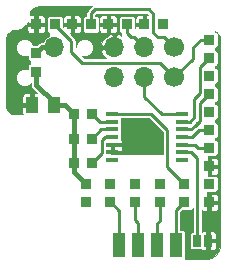
<source format=gtl>
%TF.GenerationSoftware,KiCad,Pcbnew,(5.1.2-1)-1*%
%TF.CreationDate,2020-09-09T12:05:02+02:00*%
%TF.ProjectId,N64 RGB AMP v1,4e363420-5247-4422-9041-4d502076312e,2.21*%
%TF.SameCoordinates,Original*%
%TF.FileFunction,Copper,L1,Top*%
%TF.FilePolarity,Positive*%
%FSLAX46Y46*%
G04 Gerber Fmt 4.6, Leading zero omitted, Abs format (unit mm)*
G04 Created by KiCad (PCBNEW (5.1.2-1)-1) date 2020-09-09 12:05:02*
%MOMM*%
%LPD*%
G04 APERTURE LIST*
%ADD10O,1.700000X1.700000*%
%ADD11C,1.700000*%
%ADD12R,0.750000X1.000000*%
%ADD13R,1.000000X0.400000*%
%ADD14R,1.050000X2.100000*%
%ADD15R,0.950000X0.875000*%
%ADD16R,0.975000X1.400000*%
%ADD17R,0.875000X0.950000*%
%ADD18C,0.553720*%
%ADD19C,0.400000*%
%ADD20C,0.250000*%
%ADD21C,0.400000*%
%ADD22C,0.100000*%
G04 APERTURE END LIST*
D10*
X124385000Y-149205000D03*
X129465000Y-151745000D03*
X129465000Y-149205000D03*
X132005000Y-151745000D03*
X132005000Y-149205000D03*
D11*
X134545000Y-151745000D03*
X134545000Y-149205000D03*
D12*
X136470000Y-165557500D03*
X137375000Y-165557500D03*
D13*
X135195000Y-154845000D03*
X135195000Y-155495000D03*
X135195000Y-156145000D03*
X135195000Y-156795000D03*
X135195000Y-157445000D03*
X135195000Y-158095000D03*
X135195000Y-158745000D03*
X129295000Y-158745000D03*
X129295000Y-158095000D03*
X129295000Y-157445000D03*
X129295000Y-156795000D03*
X129295000Y-156145000D03*
X129295000Y-155495000D03*
X129295000Y-154845000D03*
D14*
X131465000Y-165915000D03*
X129865000Y-165915000D03*
X134665000Y-165915000D03*
X133065000Y-165915000D03*
D15*
X137482300Y-160739800D03*
X137482300Y-162314800D03*
X137482300Y-159264800D03*
X137482300Y-157689800D03*
X137482300Y-154639800D03*
X137482300Y-156214800D03*
X137482300Y-153164800D03*
X137482300Y-151589800D03*
X137482300Y-148539800D03*
X137482300Y-150114800D03*
D16*
X122470000Y-154071000D03*
X124345000Y-154071000D03*
D17*
X131985200Y-147242300D03*
X133560200Y-147242300D03*
X125885200Y-147242300D03*
X127460200Y-147242300D03*
X124410200Y-147242300D03*
X122835200Y-147242300D03*
X130510200Y-147242300D03*
X128935200Y-147242300D03*
D15*
X127032300Y-162314800D03*
X127032300Y-160739800D03*
X129122300Y-160739800D03*
X129122300Y-162314800D03*
X131212300Y-162314800D03*
X131212300Y-160739800D03*
X133302300Y-160739800D03*
X133302300Y-162314800D03*
X135392300Y-162314800D03*
X135392300Y-160739800D03*
D17*
X126005200Y-154832300D03*
X127580200Y-154832300D03*
X127580200Y-156922300D03*
X126005200Y-156922300D03*
X126005200Y-159012300D03*
X127580200Y-159012300D03*
D15*
X122837300Y-149674800D03*
X122837300Y-151249800D03*
D18*
X133560200Y-147242300D03*
X131212300Y-160739800D03*
X133302300Y-160739800D03*
X127580200Y-156922300D03*
X127032300Y-162314800D03*
X136470000Y-165557500D03*
X127580200Y-154832300D03*
X129122300Y-160739800D03*
X127580200Y-159012300D03*
X137482300Y-160739800D03*
X137482300Y-157689800D03*
X124345000Y-154071000D03*
X135392300Y-160739800D03*
X137482300Y-151589800D03*
X137482300Y-154639800D03*
X131985200Y-147242300D03*
D19*
X137225000Y-163315000D03*
X137725000Y-163315000D03*
X136335000Y-166715000D03*
X136835000Y-166715000D03*
X135835000Y-166715000D03*
X132175000Y-157405000D03*
X132425000Y-156855000D03*
X131425000Y-156855000D03*
X131675000Y-156305000D03*
X131675000Y-157405000D03*
X132175000Y-156305000D03*
X120450000Y-152190000D03*
X120450000Y-150390000D03*
X120450000Y-153990000D03*
X120450000Y-148590000D03*
X125140000Y-146190000D03*
X138240000Y-161510000D03*
X138240000Y-158460000D03*
X138240000Y-155410000D03*
X138240000Y-152360000D03*
X138240000Y-149310000D03*
X137335000Y-166715000D03*
X131175000Y-157405000D03*
X130925000Y-156855000D03*
X131175000Y-156305000D03*
X131925000Y-156855000D03*
X122835200Y-148590000D03*
D20*
X129295000Y-156795000D02*
X128725000Y-156795000D01*
X127580200Y-158974800D02*
X127580200Y-159012300D01*
X128410000Y-158145000D02*
X127580200Y-158974800D01*
X136190000Y-155130000D02*
X136190000Y-154690000D01*
X135825000Y-155495000D02*
X136190000Y-155130000D01*
X135195000Y-155495000D02*
X135825000Y-155495000D01*
X136670000Y-154270000D02*
X136670000Y-154110000D01*
X137444800Y-153164800D02*
X136670000Y-153939600D01*
X137482300Y-153164800D02*
X137444800Y-153164800D01*
X136670000Y-153939600D02*
X136670000Y-154270000D01*
X137444800Y-150114800D02*
X136670000Y-150889600D01*
X136670000Y-151400000D02*
X136670000Y-153030000D01*
X136645200Y-156214800D02*
X136065000Y-156795000D01*
X137482300Y-150114800D02*
X137444800Y-150114800D01*
X137482300Y-156214800D02*
X136645200Y-156214800D01*
X136670000Y-150889600D02*
X136670000Y-151400000D01*
X136065000Y-156795000D02*
X135195000Y-156795000D01*
X133302300Y-160739800D02*
X133264800Y-160739800D01*
X129295000Y-156145000D02*
X128357500Y-156145000D01*
X136670000Y-153100000D02*
X136190000Y-153580000D01*
X135195000Y-156145000D02*
X135495000Y-156145000D01*
X129295000Y-155495000D02*
X128242900Y-155495000D01*
D21*
X125353900Y-154181000D02*
X126005200Y-154832300D01*
D20*
X127032300Y-160739800D02*
X126994800Y-160739800D01*
D21*
X126005200Y-159712700D02*
X127032300Y-160739800D01*
X126005200Y-159012300D02*
X126005200Y-159712700D01*
D20*
X131465000Y-165915000D02*
X131465000Y-164095000D01*
X136670000Y-153030000D02*
X136670000Y-153100000D01*
X128242900Y-155495000D02*
X127580200Y-154832300D01*
X137482300Y-157689800D02*
X137482300Y-157689800D01*
X133302300Y-163867700D02*
X133302300Y-162314800D01*
X133065000Y-164105000D02*
X133302300Y-163867700D01*
X136529800Y-157689800D02*
X136285000Y-157445000D01*
X127580200Y-159012300D02*
X127580200Y-159049800D01*
X136285000Y-157445000D02*
X135195000Y-157445000D01*
X125810000Y-149550000D02*
X126740000Y-150480000D01*
X133065000Y-165915000D02*
X133065000Y-164105000D01*
X131465000Y-164095000D02*
X131212300Y-163842300D01*
X135354800Y-162314800D02*
X135392300Y-162314800D01*
X134665000Y-165915000D02*
X134665000Y-163004600D01*
D21*
X126005200Y-154832300D02*
X126005200Y-159012300D01*
D20*
X134665000Y-163004600D02*
X135354800Y-162314800D01*
X135195000Y-154845000D02*
X134895000Y-154845000D01*
D21*
X124345000Y-154181000D02*
X124345000Y-154181000D01*
D20*
X131212300Y-163842300D02*
X131212300Y-162314800D01*
X135354800Y-160739800D02*
X133930000Y-159315000D01*
X128410000Y-157110000D02*
X128410000Y-157380000D01*
X133930000Y-159315000D02*
X133930000Y-156230000D01*
X128410000Y-157380000D02*
X128410000Y-157040000D01*
X128410000Y-157380000D02*
X128410000Y-158145000D01*
X135392300Y-160739800D02*
X135354800Y-160739800D01*
X133930000Y-156230000D02*
X132545000Y-154845000D01*
X128410000Y-157040000D02*
X128545000Y-156905000D01*
D21*
X126005200Y-159012300D02*
X126005200Y-159544800D01*
X123307100Y-149205000D02*
X122837300Y-149674800D01*
X126005200Y-159705200D02*
X126005200Y-159544800D01*
D20*
X137444800Y-150114800D02*
X136720000Y-150839600D01*
X126740000Y-150480000D02*
X133280000Y-150480000D01*
X133280000Y-150480000D02*
X134545000Y-151745000D01*
X128357500Y-156145000D02*
X127580200Y-156922300D01*
D21*
X124385000Y-149205000D02*
X123307100Y-149205000D01*
X127032300Y-160739800D02*
X127032300Y-160732300D01*
D20*
X132545000Y-154845000D02*
X129295000Y-154845000D01*
X137482300Y-157689800D02*
X136529800Y-157689800D01*
X136670000Y-154680000D02*
X136670000Y-155420000D01*
X136470000Y-158600000D02*
X135965000Y-158095000D01*
X136670000Y-154270000D02*
X136670000Y-154680000D01*
X135195000Y-158095000D02*
X135495000Y-158095000D01*
X136670000Y-155420000D02*
X136255000Y-155835000D01*
X135965000Y-158095000D02*
X135195000Y-158095000D01*
X135945000Y-156145000D02*
X136255000Y-155835000D01*
X136255000Y-155835000D02*
X136460000Y-155630000D01*
X136470000Y-165557500D02*
X136470000Y-158600000D01*
X129122300Y-162314800D02*
X129159800Y-162314800D01*
X132770000Y-147830000D02*
X132770000Y-147270000D01*
X129159800Y-162314800D02*
X129865000Y-163020000D01*
X129865000Y-164615000D02*
X129865000Y-165915000D01*
X136945200Y-156214800D02*
X137065200Y-156214800D01*
X129865000Y-163020000D02*
X129865000Y-164615000D01*
X135195000Y-156145000D02*
X135945000Y-156145000D01*
X137065200Y-156214800D02*
X137482300Y-156214800D01*
X137482300Y-148539800D02*
X137444800Y-148539800D01*
X128650000Y-156800000D02*
X128545000Y-156905000D01*
X136757300Y-148539800D02*
X136090000Y-149207100D01*
X136090000Y-150200000D02*
X134545000Y-151745000D01*
X129295000Y-156795000D02*
X128655000Y-156795000D01*
X128655000Y-156795000D02*
X128545000Y-156905000D01*
X137482300Y-148539800D02*
X136757300Y-148539800D01*
X136090000Y-149207100D02*
X136090000Y-150200000D01*
X133185001Y-148355001D02*
X132770000Y-147940000D01*
D21*
X124345000Y-154181000D02*
X124345000Y-153968500D01*
D20*
X134545000Y-149205000D02*
X133695001Y-148355001D01*
X133695001Y-148355001D02*
X133185001Y-148355001D01*
X132770000Y-147940000D02*
X132770000Y-147270000D01*
X130510200Y-147990200D02*
X130510200Y-147242300D01*
X124410200Y-147279800D02*
X124410200Y-147242300D01*
X125810000Y-148679600D02*
X124410200Y-147279800D01*
X125810000Y-148810000D02*
X125810000Y-148679600D01*
X132005000Y-149205000D02*
X131150000Y-148350000D01*
X131150000Y-148350000D02*
X130870000Y-148350000D01*
X125810000Y-148810000D02*
X125810000Y-149550000D01*
X130870000Y-148350000D02*
X130510200Y-147990200D01*
X136190000Y-153580000D02*
X136190000Y-154690000D01*
X137482300Y-156214800D02*
X136875200Y-156214800D01*
X136190000Y-154690000D02*
X136190000Y-155040000D01*
X132770000Y-146360000D02*
X132380000Y-145970000D01*
X127460200Y-146669800D02*
X127460200Y-147242300D01*
X132770000Y-147270000D02*
X132770000Y-146360000D01*
X127460200Y-146329800D02*
X127645000Y-146145000D01*
X127460200Y-147242300D02*
X127460200Y-146329800D01*
X127645000Y-146145000D02*
X127500000Y-146290000D01*
X127789800Y-146000200D02*
X127645000Y-146145000D01*
X127820000Y-145970000D02*
X127645000Y-146145000D01*
X128410000Y-145970000D02*
X127820000Y-145970000D01*
X132380000Y-145970000D02*
X128410000Y-145970000D01*
D21*
X122837300Y-152350800D02*
X122837300Y-152227300D01*
X124345000Y-154071000D02*
X124345000Y-153858500D01*
X124345000Y-153858500D02*
X122837300Y-152350800D01*
X122837300Y-151249800D02*
X122837300Y-152227300D01*
X125243900Y-154071000D02*
X126005200Y-154832300D01*
X124345000Y-154071000D02*
X125243900Y-154071000D01*
X133065000Y-165915000D02*
X133065000Y-166305000D01*
D20*
X133475000Y-154845000D02*
X132005000Y-153375000D01*
X132005000Y-153375000D02*
X132005000Y-153085000D01*
X135195000Y-154845000D02*
X133475000Y-154845000D01*
X132005000Y-151745000D02*
X132005000Y-153085000D01*
X129295000Y-157445000D02*
X129295000Y-158095000D01*
D22*
G36*
X138064381Y-147856308D02*
G01*
X138177631Y-147948672D01*
X138270785Y-148061275D01*
X138340290Y-148189823D01*
X138383508Y-148329437D01*
X138400001Y-148486356D01*
X138400000Y-165857772D01*
X138375018Y-166112560D01*
X138304574Y-166345881D01*
X138190153Y-166561075D01*
X138036115Y-166749945D01*
X137848320Y-166905303D01*
X137633932Y-167021223D01*
X137401107Y-167093294D01*
X137147013Y-167120000D01*
X135440000Y-167120000D01*
X135440000Y-166340000D01*
X135439294Y-166331630D01*
X135436714Y-166322174D01*
X135436185Y-166321113D01*
X135436185Y-164865000D01*
X135431455Y-164816972D01*
X135417445Y-164770789D01*
X135394695Y-164728227D01*
X135364079Y-164690921D01*
X135326773Y-164660305D01*
X135284211Y-164637555D01*
X135238028Y-164623545D01*
X135190000Y-164618815D01*
X135035000Y-164618815D01*
X135035000Y-163157858D01*
X135194373Y-162998485D01*
X135867300Y-162998485D01*
X135915328Y-162993755D01*
X135961511Y-162979745D01*
X136004073Y-162956995D01*
X136041379Y-162926379D01*
X136071995Y-162889073D01*
X136094745Y-162846511D01*
X136100000Y-162829187D01*
X136100000Y-164811315D01*
X136095000Y-164811315D01*
X136046972Y-164816045D01*
X136000789Y-164830055D01*
X135958227Y-164852805D01*
X135920921Y-164883421D01*
X135890305Y-164920727D01*
X135867555Y-164963289D01*
X135853545Y-165009472D01*
X135848815Y-165057500D01*
X135848815Y-166057500D01*
X135853545Y-166105528D01*
X135867555Y-166151711D01*
X135890305Y-166194273D01*
X135920921Y-166231579D01*
X135958227Y-166262195D01*
X136000789Y-166284945D01*
X136046972Y-166298955D01*
X136095000Y-166303685D01*
X136820779Y-166303685D01*
X136830289Y-166311490D01*
X136883101Y-166339718D01*
X136940406Y-166357101D01*
X137000000Y-166362971D01*
X137158500Y-166361500D01*
X137234500Y-166285500D01*
X137234500Y-165698000D01*
X137515500Y-165698000D01*
X137515500Y-166285500D01*
X137591500Y-166361500D01*
X137750000Y-166362971D01*
X137809594Y-166357101D01*
X137866899Y-166339718D01*
X137919711Y-166311490D01*
X137966001Y-166273501D01*
X138003990Y-166227211D01*
X138032218Y-166174399D01*
X138049601Y-166117094D01*
X138055471Y-166057500D01*
X138054000Y-165774000D01*
X137978000Y-165698000D01*
X137515500Y-165698000D01*
X137234500Y-165698000D01*
X137214500Y-165698000D01*
X137214500Y-165417000D01*
X137234500Y-165417000D01*
X137234500Y-164829500D01*
X137515500Y-164829500D01*
X137515500Y-165417000D01*
X137978000Y-165417000D01*
X138054000Y-165341000D01*
X138055471Y-165057500D01*
X138049601Y-164997906D01*
X138032218Y-164940601D01*
X138003990Y-164887789D01*
X137966001Y-164841499D01*
X137919711Y-164803510D01*
X137866899Y-164775282D01*
X137809594Y-164757899D01*
X137750000Y-164752029D01*
X137591500Y-164753500D01*
X137515500Y-164829500D01*
X137234500Y-164829500D01*
X137158500Y-164753500D01*
X137000000Y-164752029D01*
X136940406Y-164757899D01*
X136883101Y-164775282D01*
X136840000Y-164798319D01*
X136840000Y-163007579D01*
X136890401Y-163034518D01*
X136947706Y-163051901D01*
X137007300Y-163057771D01*
X137265800Y-163056300D01*
X137341800Y-162980300D01*
X137341800Y-162455300D01*
X137622800Y-162455300D01*
X137622800Y-162980300D01*
X137698800Y-163056300D01*
X137957300Y-163057771D01*
X138016894Y-163051901D01*
X138074199Y-163034518D01*
X138127011Y-163006290D01*
X138173301Y-162968301D01*
X138211290Y-162922011D01*
X138239518Y-162869199D01*
X138256901Y-162811894D01*
X138262771Y-162752300D01*
X138261300Y-162531300D01*
X138185300Y-162455300D01*
X137622800Y-162455300D01*
X137341800Y-162455300D01*
X137321800Y-162455300D01*
X137321800Y-162174300D01*
X137341800Y-162174300D01*
X137341800Y-161649300D01*
X137622800Y-161649300D01*
X137622800Y-162174300D01*
X138185300Y-162174300D01*
X138261300Y-162098300D01*
X138262771Y-161877300D01*
X138256901Y-161817706D01*
X138239518Y-161760401D01*
X138211290Y-161707589D01*
X138173301Y-161661299D01*
X138127011Y-161623310D01*
X138074199Y-161595082D01*
X138016894Y-161577699D01*
X137957300Y-161571829D01*
X137698800Y-161573300D01*
X137622800Y-161649300D01*
X137341800Y-161649300D01*
X137340999Y-161648499D01*
X137341588Y-161423485D01*
X137957300Y-161423485D01*
X138005328Y-161418755D01*
X138051511Y-161404745D01*
X138094073Y-161381995D01*
X138131379Y-161351379D01*
X138161995Y-161314073D01*
X138184745Y-161271511D01*
X138198755Y-161225328D01*
X138203485Y-161177300D01*
X138203485Y-160302300D01*
X138198755Y-160254272D01*
X138184745Y-160208089D01*
X138161995Y-160165527D01*
X138131379Y-160128221D01*
X138094073Y-160097605D01*
X138051511Y-160074855D01*
X138005328Y-160060845D01*
X137957300Y-160056115D01*
X137345168Y-160056115D01*
X137346871Y-159405300D01*
X137622800Y-159405300D01*
X137622800Y-159930300D01*
X137698800Y-160006300D01*
X137957300Y-160007771D01*
X138016894Y-160001901D01*
X138074199Y-159984518D01*
X138127011Y-159956290D01*
X138173301Y-159918301D01*
X138211290Y-159872011D01*
X138239518Y-159819199D01*
X138256901Y-159761894D01*
X138262771Y-159702300D01*
X138261300Y-159481300D01*
X138185300Y-159405300D01*
X137622800Y-159405300D01*
X137346871Y-159405300D01*
X137348980Y-158599300D01*
X137622800Y-158599300D01*
X137622800Y-159124300D01*
X138185300Y-159124300D01*
X138261300Y-159048300D01*
X138262771Y-158827300D01*
X138256901Y-158767706D01*
X138239518Y-158710401D01*
X138211290Y-158657589D01*
X138173301Y-158611299D01*
X138127011Y-158573310D01*
X138074199Y-158545082D01*
X138016894Y-158527699D01*
X137957300Y-158521829D01*
X137698800Y-158523300D01*
X137622800Y-158599300D01*
X137348980Y-158599300D01*
X137349572Y-158373485D01*
X137957300Y-158373485D01*
X138005328Y-158368755D01*
X138051511Y-158354745D01*
X138094073Y-158331995D01*
X138131379Y-158301379D01*
X138161995Y-158264073D01*
X138184745Y-158221511D01*
X138198755Y-158175328D01*
X138203485Y-158127300D01*
X138203485Y-157252300D01*
X138198755Y-157204272D01*
X138184745Y-157158089D01*
X138161995Y-157115527D01*
X138131379Y-157078221D01*
X138094073Y-157047605D01*
X138051511Y-157024855D01*
X138005328Y-157010845D01*
X138000845Y-157010403D01*
X138000957Y-156894186D01*
X138005328Y-156893755D01*
X138051511Y-156879745D01*
X138094073Y-156856995D01*
X138131379Y-156826379D01*
X138161995Y-156789073D01*
X138184745Y-156746511D01*
X138198755Y-156700328D01*
X138203485Y-156652300D01*
X138203485Y-155777300D01*
X138198755Y-155729272D01*
X138184745Y-155683089D01*
X138161995Y-155640527D01*
X138131379Y-155603221D01*
X138094073Y-155572605D01*
X138051511Y-155549855D01*
X138005328Y-155535845D01*
X138002262Y-155535543D01*
X138002470Y-155319036D01*
X138005328Y-155318755D01*
X138051511Y-155304745D01*
X138094073Y-155281995D01*
X138131379Y-155251379D01*
X138161995Y-155214073D01*
X138184745Y-155171511D01*
X138198755Y-155125328D01*
X138203485Y-155077300D01*
X138203485Y-154202300D01*
X138198755Y-154154272D01*
X138184745Y-154108089D01*
X138161995Y-154065527D01*
X138131379Y-154028221D01*
X138094073Y-153997605D01*
X138051511Y-153974855D01*
X138005328Y-153960845D01*
X138003775Y-153960692D01*
X138003887Y-153843897D01*
X138005328Y-153843755D01*
X138051511Y-153829745D01*
X138094073Y-153806995D01*
X138131379Y-153776379D01*
X138161995Y-153739073D01*
X138184745Y-153696511D01*
X138198755Y-153650328D01*
X138203485Y-153602300D01*
X138203485Y-152727300D01*
X138198755Y-152679272D01*
X138184745Y-152633089D01*
X138161995Y-152590527D01*
X138131379Y-152553221D01*
X138094073Y-152522605D01*
X138051511Y-152499855D01*
X138005328Y-152485845D01*
X138005191Y-152485832D01*
X138005400Y-152268733D01*
X138051511Y-152254745D01*
X138094073Y-152231995D01*
X138131379Y-152201379D01*
X138161995Y-152164073D01*
X138184745Y-152121511D01*
X138198755Y-152075328D01*
X138203485Y-152027300D01*
X138203485Y-151152300D01*
X138198755Y-151104272D01*
X138184745Y-151058089D01*
X138161995Y-151015527D01*
X138131379Y-150978221D01*
X138094073Y-150947605D01*
X138051511Y-150924855D01*
X138006704Y-150911262D01*
X138006817Y-150793303D01*
X138051511Y-150779745D01*
X138094073Y-150756995D01*
X138131379Y-150726379D01*
X138161995Y-150689073D01*
X138184745Y-150646511D01*
X138198755Y-150600328D01*
X138203485Y-150552300D01*
X138203485Y-149677300D01*
X138198755Y-149629272D01*
X138184745Y-149583089D01*
X138161995Y-149540527D01*
X138131379Y-149503221D01*
X138094073Y-149472605D01*
X138051511Y-149449855D01*
X138008120Y-149436692D01*
X138008331Y-149217844D01*
X138051511Y-149204745D01*
X138094073Y-149181995D01*
X138131379Y-149151379D01*
X138161995Y-149114073D01*
X138184745Y-149071511D01*
X138198755Y-149025328D01*
X138203485Y-148977300D01*
X138203485Y-148102300D01*
X138198755Y-148054272D01*
X138184745Y-148008089D01*
X138161995Y-147965527D01*
X138131379Y-147928221D01*
X138094073Y-147897605D01*
X138051511Y-147874855D01*
X138009633Y-147862151D01*
X138009667Y-147827216D01*
X138064381Y-147856308D01*
X138064381Y-147856308D01*
G37*
X138064381Y-147856308D02*
X138177631Y-147948672D01*
X138270785Y-148061275D01*
X138340290Y-148189823D01*
X138383508Y-148329437D01*
X138400001Y-148486356D01*
X138400000Y-165857772D01*
X138375018Y-166112560D01*
X138304574Y-166345881D01*
X138190153Y-166561075D01*
X138036115Y-166749945D01*
X137848320Y-166905303D01*
X137633932Y-167021223D01*
X137401107Y-167093294D01*
X137147013Y-167120000D01*
X135440000Y-167120000D01*
X135440000Y-166340000D01*
X135439294Y-166331630D01*
X135436714Y-166322174D01*
X135436185Y-166321113D01*
X135436185Y-164865000D01*
X135431455Y-164816972D01*
X135417445Y-164770789D01*
X135394695Y-164728227D01*
X135364079Y-164690921D01*
X135326773Y-164660305D01*
X135284211Y-164637555D01*
X135238028Y-164623545D01*
X135190000Y-164618815D01*
X135035000Y-164618815D01*
X135035000Y-163157858D01*
X135194373Y-162998485D01*
X135867300Y-162998485D01*
X135915328Y-162993755D01*
X135961511Y-162979745D01*
X136004073Y-162956995D01*
X136041379Y-162926379D01*
X136071995Y-162889073D01*
X136094745Y-162846511D01*
X136100000Y-162829187D01*
X136100000Y-164811315D01*
X136095000Y-164811315D01*
X136046972Y-164816045D01*
X136000789Y-164830055D01*
X135958227Y-164852805D01*
X135920921Y-164883421D01*
X135890305Y-164920727D01*
X135867555Y-164963289D01*
X135853545Y-165009472D01*
X135848815Y-165057500D01*
X135848815Y-166057500D01*
X135853545Y-166105528D01*
X135867555Y-166151711D01*
X135890305Y-166194273D01*
X135920921Y-166231579D01*
X135958227Y-166262195D01*
X136000789Y-166284945D01*
X136046972Y-166298955D01*
X136095000Y-166303685D01*
X136820779Y-166303685D01*
X136830289Y-166311490D01*
X136883101Y-166339718D01*
X136940406Y-166357101D01*
X137000000Y-166362971D01*
X137158500Y-166361500D01*
X137234500Y-166285500D01*
X137234500Y-165698000D01*
X137515500Y-165698000D01*
X137515500Y-166285500D01*
X137591500Y-166361500D01*
X137750000Y-166362971D01*
X137809594Y-166357101D01*
X137866899Y-166339718D01*
X137919711Y-166311490D01*
X137966001Y-166273501D01*
X138003990Y-166227211D01*
X138032218Y-166174399D01*
X138049601Y-166117094D01*
X138055471Y-166057500D01*
X138054000Y-165774000D01*
X137978000Y-165698000D01*
X137515500Y-165698000D01*
X137234500Y-165698000D01*
X137214500Y-165698000D01*
X137214500Y-165417000D01*
X137234500Y-165417000D01*
X137234500Y-164829500D01*
X137515500Y-164829500D01*
X137515500Y-165417000D01*
X137978000Y-165417000D01*
X138054000Y-165341000D01*
X138055471Y-165057500D01*
X138049601Y-164997906D01*
X138032218Y-164940601D01*
X138003990Y-164887789D01*
X137966001Y-164841499D01*
X137919711Y-164803510D01*
X137866899Y-164775282D01*
X137809594Y-164757899D01*
X137750000Y-164752029D01*
X137591500Y-164753500D01*
X137515500Y-164829500D01*
X137234500Y-164829500D01*
X137158500Y-164753500D01*
X137000000Y-164752029D01*
X136940406Y-164757899D01*
X136883101Y-164775282D01*
X136840000Y-164798319D01*
X136840000Y-163007579D01*
X136890401Y-163034518D01*
X136947706Y-163051901D01*
X137007300Y-163057771D01*
X137265800Y-163056300D01*
X137341800Y-162980300D01*
X137341800Y-162455300D01*
X137622800Y-162455300D01*
X137622800Y-162980300D01*
X137698800Y-163056300D01*
X137957300Y-163057771D01*
X138016894Y-163051901D01*
X138074199Y-163034518D01*
X138127011Y-163006290D01*
X138173301Y-162968301D01*
X138211290Y-162922011D01*
X138239518Y-162869199D01*
X138256901Y-162811894D01*
X138262771Y-162752300D01*
X138261300Y-162531300D01*
X138185300Y-162455300D01*
X137622800Y-162455300D01*
X137341800Y-162455300D01*
X137321800Y-162455300D01*
X137321800Y-162174300D01*
X137341800Y-162174300D01*
X137341800Y-161649300D01*
X137622800Y-161649300D01*
X137622800Y-162174300D01*
X138185300Y-162174300D01*
X138261300Y-162098300D01*
X138262771Y-161877300D01*
X138256901Y-161817706D01*
X138239518Y-161760401D01*
X138211290Y-161707589D01*
X138173301Y-161661299D01*
X138127011Y-161623310D01*
X138074199Y-161595082D01*
X138016894Y-161577699D01*
X137957300Y-161571829D01*
X137698800Y-161573300D01*
X137622800Y-161649300D01*
X137341800Y-161649300D01*
X137340999Y-161648499D01*
X137341588Y-161423485D01*
X137957300Y-161423485D01*
X138005328Y-161418755D01*
X138051511Y-161404745D01*
X138094073Y-161381995D01*
X138131379Y-161351379D01*
X138161995Y-161314073D01*
X138184745Y-161271511D01*
X138198755Y-161225328D01*
X138203485Y-161177300D01*
X138203485Y-160302300D01*
X138198755Y-160254272D01*
X138184745Y-160208089D01*
X138161995Y-160165527D01*
X138131379Y-160128221D01*
X138094073Y-160097605D01*
X138051511Y-160074855D01*
X138005328Y-160060845D01*
X137957300Y-160056115D01*
X137345168Y-160056115D01*
X137346871Y-159405300D01*
X137622800Y-159405300D01*
X137622800Y-159930300D01*
X137698800Y-160006300D01*
X137957300Y-160007771D01*
X138016894Y-160001901D01*
X138074199Y-159984518D01*
X138127011Y-159956290D01*
X138173301Y-159918301D01*
X138211290Y-159872011D01*
X138239518Y-159819199D01*
X138256901Y-159761894D01*
X138262771Y-159702300D01*
X138261300Y-159481300D01*
X138185300Y-159405300D01*
X137622800Y-159405300D01*
X137346871Y-159405300D01*
X137348980Y-158599300D01*
X137622800Y-158599300D01*
X137622800Y-159124300D01*
X138185300Y-159124300D01*
X138261300Y-159048300D01*
X138262771Y-158827300D01*
X138256901Y-158767706D01*
X138239518Y-158710401D01*
X138211290Y-158657589D01*
X138173301Y-158611299D01*
X138127011Y-158573310D01*
X138074199Y-158545082D01*
X138016894Y-158527699D01*
X137957300Y-158521829D01*
X137698800Y-158523300D01*
X137622800Y-158599300D01*
X137348980Y-158599300D01*
X137349572Y-158373485D01*
X137957300Y-158373485D01*
X138005328Y-158368755D01*
X138051511Y-158354745D01*
X138094073Y-158331995D01*
X138131379Y-158301379D01*
X138161995Y-158264073D01*
X138184745Y-158221511D01*
X138198755Y-158175328D01*
X138203485Y-158127300D01*
X138203485Y-157252300D01*
X138198755Y-157204272D01*
X138184745Y-157158089D01*
X138161995Y-157115527D01*
X138131379Y-157078221D01*
X138094073Y-157047605D01*
X138051511Y-157024855D01*
X138005328Y-157010845D01*
X138000845Y-157010403D01*
X138000957Y-156894186D01*
X138005328Y-156893755D01*
X138051511Y-156879745D01*
X138094073Y-156856995D01*
X138131379Y-156826379D01*
X138161995Y-156789073D01*
X138184745Y-156746511D01*
X138198755Y-156700328D01*
X138203485Y-156652300D01*
X138203485Y-155777300D01*
X138198755Y-155729272D01*
X138184745Y-155683089D01*
X138161995Y-155640527D01*
X138131379Y-155603221D01*
X138094073Y-155572605D01*
X138051511Y-155549855D01*
X138005328Y-155535845D01*
X138002262Y-155535543D01*
X138002470Y-155319036D01*
X138005328Y-155318755D01*
X138051511Y-155304745D01*
X138094073Y-155281995D01*
X138131379Y-155251379D01*
X138161995Y-155214073D01*
X138184745Y-155171511D01*
X138198755Y-155125328D01*
X138203485Y-155077300D01*
X138203485Y-154202300D01*
X138198755Y-154154272D01*
X138184745Y-154108089D01*
X138161995Y-154065527D01*
X138131379Y-154028221D01*
X138094073Y-153997605D01*
X138051511Y-153974855D01*
X138005328Y-153960845D01*
X138003775Y-153960692D01*
X138003887Y-153843897D01*
X138005328Y-153843755D01*
X138051511Y-153829745D01*
X138094073Y-153806995D01*
X138131379Y-153776379D01*
X138161995Y-153739073D01*
X138184745Y-153696511D01*
X138198755Y-153650328D01*
X138203485Y-153602300D01*
X138203485Y-152727300D01*
X138198755Y-152679272D01*
X138184745Y-152633089D01*
X138161995Y-152590527D01*
X138131379Y-152553221D01*
X138094073Y-152522605D01*
X138051511Y-152499855D01*
X138005328Y-152485845D01*
X138005191Y-152485832D01*
X138005400Y-152268733D01*
X138051511Y-152254745D01*
X138094073Y-152231995D01*
X138131379Y-152201379D01*
X138161995Y-152164073D01*
X138184745Y-152121511D01*
X138198755Y-152075328D01*
X138203485Y-152027300D01*
X138203485Y-151152300D01*
X138198755Y-151104272D01*
X138184745Y-151058089D01*
X138161995Y-151015527D01*
X138131379Y-150978221D01*
X138094073Y-150947605D01*
X138051511Y-150924855D01*
X138006704Y-150911262D01*
X138006817Y-150793303D01*
X138051511Y-150779745D01*
X138094073Y-150756995D01*
X138131379Y-150726379D01*
X138161995Y-150689073D01*
X138184745Y-150646511D01*
X138198755Y-150600328D01*
X138203485Y-150552300D01*
X138203485Y-149677300D01*
X138198755Y-149629272D01*
X138184745Y-149583089D01*
X138161995Y-149540527D01*
X138131379Y-149503221D01*
X138094073Y-149472605D01*
X138051511Y-149449855D01*
X138008120Y-149436692D01*
X138008331Y-149217844D01*
X138051511Y-149204745D01*
X138094073Y-149181995D01*
X138131379Y-149151379D01*
X138161995Y-149114073D01*
X138184745Y-149071511D01*
X138198755Y-149025328D01*
X138203485Y-148977300D01*
X138203485Y-148102300D01*
X138198755Y-148054272D01*
X138184745Y-148008089D01*
X138161995Y-147965527D01*
X138131379Y-147928221D01*
X138094073Y-147897605D01*
X138051511Y-147874855D01*
X138009633Y-147862151D01*
X138009667Y-147827216D01*
X138064381Y-147856308D01*
G36*
X133560001Y-156383260D02*
G01*
X133560000Y-158260000D01*
X130047500Y-158260000D01*
X130023000Y-158235500D01*
X129435500Y-158235500D01*
X129435500Y-158255500D01*
X129154500Y-158255500D01*
X129154500Y-158235500D01*
X129134500Y-158235500D01*
X129134500Y-157954500D01*
X129154500Y-157954500D01*
X129154500Y-157585500D01*
X129435500Y-157585500D01*
X129435500Y-157954500D01*
X130023000Y-157954500D01*
X130099000Y-157878500D01*
X130093823Y-157831620D01*
X130075717Y-157774540D01*
X130073216Y-157770000D01*
X130075717Y-157765460D01*
X130093823Y-157708380D01*
X130099000Y-157661500D01*
X130023000Y-157585500D01*
X129435500Y-157585500D01*
X129154500Y-157585500D01*
X129134500Y-157585500D01*
X129134500Y-157304500D01*
X129154500Y-157304500D01*
X129154500Y-157284500D01*
X129435500Y-157284500D01*
X129435500Y-157304500D01*
X130023000Y-157304500D01*
X130099000Y-157228500D01*
X130093823Y-157181620D01*
X130075717Y-157124540D01*
X130046822Y-157072089D01*
X130032719Y-157055342D01*
X130036455Y-157043028D01*
X130041185Y-156995000D01*
X130041185Y-156595000D01*
X130036455Y-156546972D01*
X130022445Y-156500789D01*
X130005988Y-156470000D01*
X130022445Y-156439211D01*
X130036455Y-156393028D01*
X130041185Y-156345000D01*
X130041185Y-155945000D01*
X130036455Y-155896972D01*
X130022445Y-155850789D01*
X130005988Y-155820000D01*
X130022445Y-155789211D01*
X130036455Y-155743028D01*
X130041185Y-155695000D01*
X130041185Y-155295000D01*
X130036455Y-155246972D01*
X130026756Y-155215000D01*
X132391742Y-155215000D01*
X133560001Y-156383260D01*
X133560001Y-156383260D01*
G37*
X133560001Y-156383260D02*
X133560000Y-158260000D01*
X130047500Y-158260000D01*
X130023000Y-158235500D01*
X129435500Y-158235500D01*
X129435500Y-158255500D01*
X129154500Y-158255500D01*
X129154500Y-158235500D01*
X129134500Y-158235500D01*
X129134500Y-157954500D01*
X129154500Y-157954500D01*
X129154500Y-157585500D01*
X129435500Y-157585500D01*
X129435500Y-157954500D01*
X130023000Y-157954500D01*
X130099000Y-157878500D01*
X130093823Y-157831620D01*
X130075717Y-157774540D01*
X130073216Y-157770000D01*
X130075717Y-157765460D01*
X130093823Y-157708380D01*
X130099000Y-157661500D01*
X130023000Y-157585500D01*
X129435500Y-157585500D01*
X129154500Y-157585500D01*
X129134500Y-157585500D01*
X129134500Y-157304500D01*
X129154500Y-157304500D01*
X129154500Y-157284500D01*
X129435500Y-157284500D01*
X129435500Y-157304500D01*
X130023000Y-157304500D01*
X130099000Y-157228500D01*
X130093823Y-157181620D01*
X130075717Y-157124540D01*
X130046822Y-157072089D01*
X130032719Y-157055342D01*
X130036455Y-157043028D01*
X130041185Y-156995000D01*
X130041185Y-156595000D01*
X130036455Y-156546972D01*
X130022445Y-156500789D01*
X130005988Y-156470000D01*
X130022445Y-156439211D01*
X130036455Y-156393028D01*
X130041185Y-156345000D01*
X130041185Y-155945000D01*
X130036455Y-155896972D01*
X130022445Y-155850789D01*
X130005988Y-155820000D01*
X130022445Y-155789211D01*
X130036455Y-155743028D01*
X130041185Y-155695000D01*
X130041185Y-155295000D01*
X130036455Y-155246972D01*
X130026756Y-155215000D01*
X132391742Y-155215000D01*
X133560001Y-156383260D01*
G36*
X127211420Y-146055322D02*
G01*
X127197306Y-146066905D01*
X127185723Y-146081019D01*
X127185720Y-146081022D01*
X127151068Y-146123245D01*
X127116711Y-146187523D01*
X127107051Y-146219369D01*
X127095555Y-146257267D01*
X127091151Y-146301984D01*
X127088411Y-146329800D01*
X127090201Y-146347973D01*
X127090201Y-146521115D01*
X127022700Y-146521115D01*
X126974672Y-146525845D01*
X126928489Y-146539855D01*
X126885927Y-146562605D01*
X126848621Y-146593221D01*
X126818005Y-146630527D01*
X126795255Y-146673089D01*
X126781245Y-146719272D01*
X126776515Y-146767300D01*
X126776515Y-147717300D01*
X126781245Y-147765328D01*
X126795255Y-147811511D01*
X126818005Y-147854073D01*
X126848621Y-147891379D01*
X126885927Y-147921995D01*
X126928489Y-147944745D01*
X126974672Y-147958755D01*
X127022700Y-147963485D01*
X127897700Y-147963485D01*
X127945728Y-147958755D01*
X127991911Y-147944745D01*
X128034473Y-147921995D01*
X128071779Y-147891379D01*
X128102395Y-147854073D01*
X128125145Y-147811511D01*
X128139155Y-147765328D01*
X128143885Y-147717300D01*
X128192229Y-147717300D01*
X128198099Y-147776894D01*
X128215482Y-147834199D01*
X128243710Y-147887011D01*
X128281699Y-147933301D01*
X128327989Y-147971290D01*
X128380801Y-147999518D01*
X128438106Y-148016901D01*
X128497700Y-148022771D01*
X128718700Y-148021300D01*
X128794700Y-147945300D01*
X128794700Y-147382800D01*
X129075700Y-147382800D01*
X129075700Y-147945300D01*
X129151700Y-148021300D01*
X129372700Y-148022771D01*
X129432294Y-148016901D01*
X129489599Y-147999518D01*
X129542411Y-147971290D01*
X129588701Y-147933301D01*
X129626690Y-147887011D01*
X129654918Y-147834199D01*
X129672301Y-147776894D01*
X129678171Y-147717300D01*
X129676700Y-147458800D01*
X129600700Y-147382800D01*
X129075700Y-147382800D01*
X128794700Y-147382800D01*
X128269700Y-147382800D01*
X128193700Y-147458800D01*
X128192229Y-147717300D01*
X128143885Y-147717300D01*
X128143885Y-146767300D01*
X128192229Y-146767300D01*
X128193700Y-147025800D01*
X128269700Y-147101800D01*
X128794700Y-147101800D01*
X128794700Y-146539300D01*
X129075700Y-146539300D01*
X129075700Y-147101800D01*
X129600700Y-147101800D01*
X129676700Y-147025800D01*
X129678171Y-146767300D01*
X129672301Y-146707706D01*
X129654918Y-146650401D01*
X129626690Y-146597589D01*
X129588701Y-146551299D01*
X129542411Y-146513310D01*
X129489599Y-146485082D01*
X129432294Y-146467699D01*
X129372700Y-146461829D01*
X129151700Y-146463300D01*
X129075700Y-146539300D01*
X128794700Y-146539300D01*
X128718700Y-146463300D01*
X128497700Y-146461829D01*
X128438106Y-146467699D01*
X128380801Y-146485082D01*
X128327989Y-146513310D01*
X128281699Y-146551299D01*
X128243710Y-146597589D01*
X128215482Y-146650401D01*
X128198099Y-146707706D01*
X128192229Y-146767300D01*
X128143885Y-146767300D01*
X128139155Y-146719272D01*
X128125145Y-146673089D01*
X128102395Y-146630527D01*
X128071779Y-146593221D01*
X128034473Y-146562605D01*
X127991911Y-146539855D01*
X127945728Y-146525845D01*
X127897700Y-146521115D01*
X127830200Y-146521115D01*
X127830200Y-146483058D01*
X127973258Y-146340000D01*
X132226742Y-146340000D01*
X132320871Y-146434129D01*
X132319150Y-146462518D01*
X132201700Y-146463300D01*
X132125700Y-146539300D01*
X132125700Y-147101800D01*
X132145700Y-147101800D01*
X132145700Y-147382800D01*
X132125700Y-147382800D01*
X132125700Y-147402800D01*
X131844700Y-147402800D01*
X131844700Y-147382800D01*
X131319700Y-147382800D01*
X131243700Y-147458800D01*
X131243295Y-147530000D01*
X131193885Y-147530000D01*
X131193885Y-146767300D01*
X131242229Y-146767300D01*
X131243700Y-147025800D01*
X131319700Y-147101800D01*
X131844700Y-147101800D01*
X131844700Y-146539300D01*
X131768700Y-146463300D01*
X131547700Y-146461829D01*
X131488106Y-146467699D01*
X131430801Y-146485082D01*
X131377989Y-146513310D01*
X131331699Y-146551299D01*
X131293710Y-146597589D01*
X131265482Y-146650401D01*
X131248099Y-146707706D01*
X131242229Y-146767300D01*
X131193885Y-146767300D01*
X131189155Y-146719272D01*
X131175145Y-146673089D01*
X131152395Y-146630527D01*
X131121779Y-146593221D01*
X131084473Y-146562605D01*
X131041911Y-146539855D01*
X130995728Y-146525845D01*
X130947700Y-146521115D01*
X130072700Y-146521115D01*
X130024672Y-146525845D01*
X129978489Y-146539855D01*
X129935927Y-146562605D01*
X129898621Y-146593221D01*
X129868005Y-146630527D01*
X129845255Y-146673089D01*
X129831245Y-146719272D01*
X129826515Y-146767300D01*
X129826515Y-147717300D01*
X129831245Y-147765328D01*
X129845255Y-147811511D01*
X129868005Y-147854073D01*
X129898621Y-147891379D01*
X129935927Y-147921995D01*
X129978489Y-147944745D01*
X130024672Y-147958755D01*
X130030000Y-147959280D01*
X130030000Y-148199483D01*
X130024596Y-148195751D01*
X129816949Y-148105972D01*
X129782953Y-148095666D01*
X129605500Y-148136195D01*
X129605500Y-149064500D01*
X129625500Y-149064500D01*
X129625500Y-149345500D01*
X129605500Y-149345500D01*
X129605500Y-149365500D01*
X129324500Y-149365500D01*
X129324500Y-149345500D01*
X128395578Y-149345500D01*
X128355659Y-149522954D01*
X128439004Y-149733266D01*
X128561778Y-149923277D01*
X128719262Y-150085685D01*
X128754467Y-150110000D01*
X126893259Y-150110000D01*
X126702463Y-149919205D01*
X126707691Y-149921370D01*
X126851624Y-149950000D01*
X126998376Y-149950000D01*
X127142309Y-149921370D01*
X127277890Y-149865211D01*
X127399910Y-149783679D01*
X127503679Y-149679910D01*
X127585211Y-149557890D01*
X127641370Y-149422309D01*
X127670000Y-149278376D01*
X127670000Y-149131624D01*
X127641370Y-148987691D01*
X127599682Y-148887046D01*
X128355659Y-148887046D01*
X128395578Y-149064500D01*
X129324500Y-149064500D01*
X129324500Y-148136195D01*
X129147047Y-148095666D01*
X129113051Y-148105972D01*
X128905404Y-148195751D01*
X128719262Y-148324315D01*
X128561778Y-148486723D01*
X128439004Y-148676734D01*
X128355659Y-148887046D01*
X127599682Y-148887046D01*
X127585211Y-148852110D01*
X127503679Y-148730090D01*
X127399910Y-148626321D01*
X127277890Y-148544789D01*
X127142309Y-148488630D01*
X126998376Y-148460000D01*
X126851624Y-148460000D01*
X126707691Y-148488630D01*
X126572110Y-148544789D01*
X126450090Y-148626321D01*
X126346321Y-148730090D01*
X126264789Y-148852110D01*
X126208630Y-148987691D01*
X126180000Y-149131624D01*
X126180000Y-148697763D01*
X126181789Y-148679599D01*
X126180000Y-148661436D01*
X126180000Y-148661427D01*
X126174646Y-148607068D01*
X126153489Y-148537322D01*
X126151926Y-148534397D01*
X126119132Y-148473044D01*
X126084480Y-148430821D01*
X126084478Y-148430819D01*
X126072895Y-148416705D01*
X126058781Y-148405122D01*
X125671829Y-148018171D01*
X125744700Y-147945300D01*
X125744700Y-147382800D01*
X126025700Y-147382800D01*
X126025700Y-147945300D01*
X126101700Y-148021300D01*
X126322700Y-148022771D01*
X126382294Y-148016901D01*
X126439599Y-147999518D01*
X126492411Y-147971290D01*
X126538701Y-147933301D01*
X126576690Y-147887011D01*
X126604918Y-147834199D01*
X126622301Y-147776894D01*
X126628171Y-147717300D01*
X126626700Y-147458800D01*
X126550700Y-147382800D01*
X126025700Y-147382800D01*
X125744700Y-147382800D01*
X125219700Y-147382800D01*
X125143700Y-147458800D01*
X125143523Y-147489865D01*
X125093885Y-147440227D01*
X125093885Y-146767300D01*
X125142229Y-146767300D01*
X125143700Y-147025800D01*
X125219700Y-147101800D01*
X125744700Y-147101800D01*
X125744700Y-146539300D01*
X126025700Y-146539300D01*
X126025700Y-147101800D01*
X126550700Y-147101800D01*
X126626700Y-147025800D01*
X126628171Y-146767300D01*
X126622301Y-146707706D01*
X126604918Y-146650401D01*
X126576690Y-146597589D01*
X126538701Y-146551299D01*
X126492411Y-146513310D01*
X126439599Y-146485082D01*
X126382294Y-146467699D01*
X126322700Y-146461829D01*
X126101700Y-146463300D01*
X126025700Y-146539300D01*
X125744700Y-146539300D01*
X125668700Y-146463300D01*
X125447700Y-146461829D01*
X125388106Y-146467699D01*
X125330801Y-146485082D01*
X125277989Y-146513310D01*
X125231699Y-146551299D01*
X125193710Y-146597589D01*
X125165482Y-146650401D01*
X125148099Y-146707706D01*
X125142229Y-146767300D01*
X125093885Y-146767300D01*
X125089155Y-146719272D01*
X125075145Y-146673089D01*
X125052395Y-146630527D01*
X125021779Y-146593221D01*
X124984473Y-146562605D01*
X124941911Y-146539855D01*
X124895728Y-146525845D01*
X124847700Y-146521115D01*
X123972700Y-146521115D01*
X123924672Y-146525845D01*
X123878489Y-146539855D01*
X123835927Y-146562605D01*
X123798621Y-146593221D01*
X123768005Y-146630527D01*
X123745255Y-146673089D01*
X123731245Y-146719272D01*
X123726515Y-146767300D01*
X123726515Y-147717300D01*
X123731245Y-147765328D01*
X123745255Y-147811511D01*
X123768005Y-147854073D01*
X123798621Y-147891379D01*
X123835927Y-147921995D01*
X123878489Y-147944745D01*
X123924672Y-147958755D01*
X123930000Y-147959280D01*
X123930000Y-148206595D01*
X123773707Y-148290136D01*
X123606972Y-148426972D01*
X123470136Y-148593707D01*
X123381250Y-148760000D01*
X123328960Y-148760000D01*
X123307100Y-148757847D01*
X123219865Y-148766439D01*
X123135981Y-148791884D01*
X123115756Y-148802695D01*
X123058675Y-148833206D01*
X122990915Y-148888815D01*
X122976979Y-148905796D01*
X122891660Y-148991115D01*
X122562051Y-148991115D01*
X122561370Y-148987691D01*
X122505211Y-148852110D01*
X122423679Y-148730090D01*
X122319910Y-148626321D01*
X122197890Y-148544789D01*
X122062309Y-148488630D01*
X121918376Y-148460000D01*
X121771624Y-148460000D01*
X121627691Y-148488630D01*
X121492110Y-148544789D01*
X121370090Y-148626321D01*
X121266321Y-148730090D01*
X121184789Y-148852110D01*
X121128630Y-148987691D01*
X121100000Y-149131624D01*
X121100000Y-149278376D01*
X121128630Y-149422309D01*
X121184789Y-149557890D01*
X121266321Y-149679910D01*
X121370090Y-149783679D01*
X121492110Y-149865211D01*
X121627691Y-149921370D01*
X121771624Y-149950000D01*
X121918376Y-149950000D01*
X122062309Y-149921370D01*
X122116115Y-149899083D01*
X122116115Y-150112300D01*
X122120845Y-150160328D01*
X122134855Y-150206511D01*
X122157605Y-150249073D01*
X122188221Y-150286379D01*
X122225527Y-150316995D01*
X122268089Y-150339745D01*
X122314272Y-150353755D01*
X122320000Y-150354319D01*
X122320000Y-150570281D01*
X122314272Y-150570845D01*
X122268089Y-150584855D01*
X122225527Y-150607605D01*
X122188221Y-150638221D01*
X122157605Y-150675527D01*
X122134855Y-150718089D01*
X122120845Y-150764272D01*
X122116115Y-150812300D01*
X122116115Y-151050917D01*
X122062309Y-151028630D01*
X121918376Y-151000000D01*
X121771624Y-151000000D01*
X121627691Y-151028630D01*
X121492110Y-151084789D01*
X121370090Y-151166321D01*
X121266321Y-151270090D01*
X121184789Y-151392110D01*
X121128630Y-151527691D01*
X121100000Y-151671624D01*
X121100000Y-151818376D01*
X121128630Y-151962309D01*
X121184789Y-152097890D01*
X121266321Y-152219910D01*
X121370090Y-152323679D01*
X121492110Y-152405211D01*
X121627691Y-152461370D01*
X121771624Y-152490000D01*
X121918376Y-152490000D01*
X122062309Y-152461370D01*
X122197890Y-152405211D01*
X122319910Y-152323679D01*
X122392300Y-152251289D01*
X122392300Y-152328940D01*
X122390147Y-152350800D01*
X122392300Y-152372659D01*
X122398739Y-152438034D01*
X122424184Y-152521917D01*
X122465506Y-152599224D01*
X122521115Y-152666985D01*
X122538101Y-152680925D01*
X122922892Y-153065717D01*
X122686500Y-153067000D01*
X122610500Y-153143000D01*
X122610500Y-153930500D01*
X122630500Y-153930500D01*
X122630500Y-154211500D01*
X122610500Y-154211500D01*
X122610500Y-154231500D01*
X122329500Y-154231500D01*
X122329500Y-154211500D01*
X121754500Y-154211500D01*
X121678500Y-154287500D01*
X121677029Y-154771000D01*
X121682899Y-154830594D01*
X121697886Y-154880000D01*
X121042229Y-154880000D01*
X120884557Y-154864540D01*
X120744654Y-154822301D01*
X120615617Y-154753691D01*
X120502371Y-154661330D01*
X120409215Y-154548724D01*
X120339709Y-154420175D01*
X120296492Y-154280563D01*
X120280000Y-154123654D01*
X120280000Y-153371000D01*
X121677029Y-153371000D01*
X121678500Y-153854500D01*
X121754500Y-153930500D01*
X122329500Y-153930500D01*
X122329500Y-153143000D01*
X122253500Y-153067000D01*
X121982500Y-153065529D01*
X121922906Y-153071399D01*
X121865601Y-153088782D01*
X121812789Y-153117010D01*
X121766499Y-153154999D01*
X121728510Y-153201289D01*
X121700282Y-153254101D01*
X121682899Y-153311406D01*
X121677029Y-153371000D01*
X120280000Y-153371000D01*
X120280000Y-148492229D01*
X120295460Y-148334557D01*
X120337699Y-148194654D01*
X120406308Y-148065619D01*
X120498672Y-147952369D01*
X120611275Y-147859215D01*
X120739823Y-147789710D01*
X120879437Y-147746492D01*
X121036541Y-147729979D01*
X121037840Y-147729975D01*
X121048716Y-147728871D01*
X121059639Y-147728947D01*
X121063114Y-147728606D01*
X121170680Y-147717300D01*
X122092229Y-147717300D01*
X122098099Y-147776894D01*
X122115482Y-147834199D01*
X122143710Y-147887011D01*
X122181699Y-147933301D01*
X122227989Y-147971290D01*
X122280801Y-147999518D01*
X122338106Y-148016901D01*
X122397700Y-148022771D01*
X122618700Y-148021300D01*
X122694700Y-147945300D01*
X122694700Y-147382800D01*
X122975700Y-147382800D01*
X122975700Y-147945300D01*
X123051700Y-148021300D01*
X123272700Y-148022771D01*
X123332294Y-148016901D01*
X123389599Y-147999518D01*
X123442411Y-147971290D01*
X123488701Y-147933301D01*
X123526690Y-147887011D01*
X123554918Y-147834199D01*
X123572301Y-147776894D01*
X123578171Y-147717300D01*
X123576700Y-147458800D01*
X123500700Y-147382800D01*
X122975700Y-147382800D01*
X122694700Y-147382800D01*
X122169700Y-147382800D01*
X122093700Y-147458800D01*
X122092229Y-147717300D01*
X121170680Y-147717300D01*
X121257211Y-147708205D01*
X121279403Y-147703650D01*
X121301663Y-147699404D01*
X121305003Y-147698396D01*
X121305009Y-147698394D01*
X121491443Y-147640683D01*
X121512307Y-147631912D01*
X121533339Y-147623415D01*
X121536422Y-147621775D01*
X121708098Y-147528950D01*
X121726861Y-147516295D01*
X121745844Y-147503873D01*
X121748542Y-147501672D01*
X121748549Y-147501667D01*
X121748555Y-147501661D01*
X121898927Y-147377262D01*
X121914868Y-147361210D01*
X121931082Y-147345332D01*
X121933302Y-147342647D01*
X121933308Y-147342641D01*
X121933312Y-147342634D01*
X122056657Y-147191399D01*
X122069181Y-147172550D01*
X122081998Y-147153831D01*
X122083658Y-147150760D01*
X122130522Y-147062622D01*
X122169700Y-147101800D01*
X122694700Y-147101800D01*
X122694700Y-146539300D01*
X122975700Y-146539300D01*
X122975700Y-147101800D01*
X123500700Y-147101800D01*
X123576700Y-147025800D01*
X123578171Y-146767300D01*
X123572301Y-146707706D01*
X123554918Y-146650401D01*
X123526690Y-146597589D01*
X123488701Y-146551299D01*
X123442411Y-146513310D01*
X123389599Y-146485082D01*
X123332294Y-146467699D01*
X123272700Y-146461829D01*
X123051700Y-146463300D01*
X122975700Y-146539300D01*
X122694700Y-146539300D01*
X122618700Y-146463300D01*
X122397700Y-146461829D01*
X122338106Y-146467699D01*
X122280801Y-146485082D01*
X122280695Y-146485139D01*
X122295460Y-146334557D01*
X122337699Y-146194654D01*
X122406308Y-146065619D01*
X122498672Y-145952369D01*
X122611275Y-145859215D01*
X122739823Y-145789710D01*
X122879437Y-145746492D01*
X123036346Y-145730000D01*
X127536742Y-145730000D01*
X127211420Y-146055322D01*
X127211420Y-146055322D01*
G37*
X127211420Y-146055322D02*
X127197306Y-146066905D01*
X127185723Y-146081019D01*
X127185720Y-146081022D01*
X127151068Y-146123245D01*
X127116711Y-146187523D01*
X127107051Y-146219369D01*
X127095555Y-146257267D01*
X127091151Y-146301984D01*
X127088411Y-146329800D01*
X127090201Y-146347973D01*
X127090201Y-146521115D01*
X127022700Y-146521115D01*
X126974672Y-146525845D01*
X126928489Y-146539855D01*
X126885927Y-146562605D01*
X126848621Y-146593221D01*
X126818005Y-146630527D01*
X126795255Y-146673089D01*
X126781245Y-146719272D01*
X126776515Y-146767300D01*
X126776515Y-147717300D01*
X126781245Y-147765328D01*
X126795255Y-147811511D01*
X126818005Y-147854073D01*
X126848621Y-147891379D01*
X126885927Y-147921995D01*
X126928489Y-147944745D01*
X126974672Y-147958755D01*
X127022700Y-147963485D01*
X127897700Y-147963485D01*
X127945728Y-147958755D01*
X127991911Y-147944745D01*
X128034473Y-147921995D01*
X128071779Y-147891379D01*
X128102395Y-147854073D01*
X128125145Y-147811511D01*
X128139155Y-147765328D01*
X128143885Y-147717300D01*
X128192229Y-147717300D01*
X128198099Y-147776894D01*
X128215482Y-147834199D01*
X128243710Y-147887011D01*
X128281699Y-147933301D01*
X128327989Y-147971290D01*
X128380801Y-147999518D01*
X128438106Y-148016901D01*
X128497700Y-148022771D01*
X128718700Y-148021300D01*
X128794700Y-147945300D01*
X128794700Y-147382800D01*
X129075700Y-147382800D01*
X129075700Y-147945300D01*
X129151700Y-148021300D01*
X129372700Y-148022771D01*
X129432294Y-148016901D01*
X129489599Y-147999518D01*
X129542411Y-147971290D01*
X129588701Y-147933301D01*
X129626690Y-147887011D01*
X129654918Y-147834199D01*
X129672301Y-147776894D01*
X129678171Y-147717300D01*
X129676700Y-147458800D01*
X129600700Y-147382800D01*
X129075700Y-147382800D01*
X128794700Y-147382800D01*
X128269700Y-147382800D01*
X128193700Y-147458800D01*
X128192229Y-147717300D01*
X128143885Y-147717300D01*
X128143885Y-146767300D01*
X128192229Y-146767300D01*
X128193700Y-147025800D01*
X128269700Y-147101800D01*
X128794700Y-147101800D01*
X128794700Y-146539300D01*
X129075700Y-146539300D01*
X129075700Y-147101800D01*
X129600700Y-147101800D01*
X129676700Y-147025800D01*
X129678171Y-146767300D01*
X129672301Y-146707706D01*
X129654918Y-146650401D01*
X129626690Y-146597589D01*
X129588701Y-146551299D01*
X129542411Y-146513310D01*
X129489599Y-146485082D01*
X129432294Y-146467699D01*
X129372700Y-146461829D01*
X129151700Y-146463300D01*
X129075700Y-146539300D01*
X128794700Y-146539300D01*
X128718700Y-146463300D01*
X128497700Y-146461829D01*
X128438106Y-146467699D01*
X128380801Y-146485082D01*
X128327989Y-146513310D01*
X128281699Y-146551299D01*
X128243710Y-146597589D01*
X128215482Y-146650401D01*
X128198099Y-146707706D01*
X128192229Y-146767300D01*
X128143885Y-146767300D01*
X128139155Y-146719272D01*
X128125145Y-146673089D01*
X128102395Y-146630527D01*
X128071779Y-146593221D01*
X128034473Y-146562605D01*
X127991911Y-146539855D01*
X127945728Y-146525845D01*
X127897700Y-146521115D01*
X127830200Y-146521115D01*
X127830200Y-146483058D01*
X127973258Y-146340000D01*
X132226742Y-146340000D01*
X132320871Y-146434129D01*
X132319150Y-146462518D01*
X132201700Y-146463300D01*
X132125700Y-146539300D01*
X132125700Y-147101800D01*
X132145700Y-147101800D01*
X132145700Y-147382800D01*
X132125700Y-147382800D01*
X132125700Y-147402800D01*
X131844700Y-147402800D01*
X131844700Y-147382800D01*
X131319700Y-147382800D01*
X131243700Y-147458800D01*
X131243295Y-147530000D01*
X131193885Y-147530000D01*
X131193885Y-146767300D01*
X131242229Y-146767300D01*
X131243700Y-147025800D01*
X131319700Y-147101800D01*
X131844700Y-147101800D01*
X131844700Y-146539300D01*
X131768700Y-146463300D01*
X131547700Y-146461829D01*
X131488106Y-146467699D01*
X131430801Y-146485082D01*
X131377989Y-146513310D01*
X131331699Y-146551299D01*
X131293710Y-146597589D01*
X131265482Y-146650401D01*
X131248099Y-146707706D01*
X131242229Y-146767300D01*
X131193885Y-146767300D01*
X131189155Y-146719272D01*
X131175145Y-146673089D01*
X131152395Y-146630527D01*
X131121779Y-146593221D01*
X131084473Y-146562605D01*
X131041911Y-146539855D01*
X130995728Y-146525845D01*
X130947700Y-146521115D01*
X130072700Y-146521115D01*
X130024672Y-146525845D01*
X129978489Y-146539855D01*
X129935927Y-146562605D01*
X129898621Y-146593221D01*
X129868005Y-146630527D01*
X129845255Y-146673089D01*
X129831245Y-146719272D01*
X129826515Y-146767300D01*
X129826515Y-147717300D01*
X129831245Y-147765328D01*
X129845255Y-147811511D01*
X129868005Y-147854073D01*
X129898621Y-147891379D01*
X129935927Y-147921995D01*
X129978489Y-147944745D01*
X130024672Y-147958755D01*
X130030000Y-147959280D01*
X130030000Y-148199483D01*
X130024596Y-148195751D01*
X129816949Y-148105972D01*
X129782953Y-148095666D01*
X129605500Y-148136195D01*
X129605500Y-149064500D01*
X129625500Y-149064500D01*
X129625500Y-149345500D01*
X129605500Y-149345500D01*
X129605500Y-149365500D01*
X129324500Y-149365500D01*
X129324500Y-149345500D01*
X128395578Y-149345500D01*
X128355659Y-149522954D01*
X128439004Y-149733266D01*
X128561778Y-149923277D01*
X128719262Y-150085685D01*
X128754467Y-150110000D01*
X126893259Y-150110000D01*
X126702463Y-149919205D01*
X126707691Y-149921370D01*
X126851624Y-149950000D01*
X126998376Y-149950000D01*
X127142309Y-149921370D01*
X127277890Y-149865211D01*
X127399910Y-149783679D01*
X127503679Y-149679910D01*
X127585211Y-149557890D01*
X127641370Y-149422309D01*
X127670000Y-149278376D01*
X127670000Y-149131624D01*
X127641370Y-148987691D01*
X127599682Y-148887046D01*
X128355659Y-148887046D01*
X128395578Y-149064500D01*
X129324500Y-149064500D01*
X129324500Y-148136195D01*
X129147047Y-148095666D01*
X129113051Y-148105972D01*
X128905404Y-148195751D01*
X128719262Y-148324315D01*
X128561778Y-148486723D01*
X128439004Y-148676734D01*
X128355659Y-148887046D01*
X127599682Y-148887046D01*
X127585211Y-148852110D01*
X127503679Y-148730090D01*
X127399910Y-148626321D01*
X127277890Y-148544789D01*
X127142309Y-148488630D01*
X126998376Y-148460000D01*
X126851624Y-148460000D01*
X126707691Y-148488630D01*
X126572110Y-148544789D01*
X126450090Y-148626321D01*
X126346321Y-148730090D01*
X126264789Y-148852110D01*
X126208630Y-148987691D01*
X126180000Y-149131624D01*
X126180000Y-148697763D01*
X126181789Y-148679599D01*
X126180000Y-148661436D01*
X126180000Y-148661427D01*
X126174646Y-148607068D01*
X126153489Y-148537322D01*
X126151926Y-148534397D01*
X126119132Y-148473044D01*
X126084480Y-148430821D01*
X126084478Y-148430819D01*
X126072895Y-148416705D01*
X126058781Y-148405122D01*
X125671829Y-148018171D01*
X125744700Y-147945300D01*
X125744700Y-147382800D01*
X126025700Y-147382800D01*
X126025700Y-147945300D01*
X126101700Y-148021300D01*
X126322700Y-148022771D01*
X126382294Y-148016901D01*
X126439599Y-147999518D01*
X126492411Y-147971290D01*
X126538701Y-147933301D01*
X126576690Y-147887011D01*
X126604918Y-147834199D01*
X126622301Y-147776894D01*
X126628171Y-147717300D01*
X126626700Y-147458800D01*
X126550700Y-147382800D01*
X126025700Y-147382800D01*
X125744700Y-147382800D01*
X125219700Y-147382800D01*
X125143700Y-147458800D01*
X125143523Y-147489865D01*
X125093885Y-147440227D01*
X125093885Y-146767300D01*
X125142229Y-146767300D01*
X125143700Y-147025800D01*
X125219700Y-147101800D01*
X125744700Y-147101800D01*
X125744700Y-146539300D01*
X126025700Y-146539300D01*
X126025700Y-147101800D01*
X126550700Y-147101800D01*
X126626700Y-147025800D01*
X126628171Y-146767300D01*
X126622301Y-146707706D01*
X126604918Y-146650401D01*
X126576690Y-146597589D01*
X126538701Y-146551299D01*
X126492411Y-146513310D01*
X126439599Y-146485082D01*
X126382294Y-146467699D01*
X126322700Y-146461829D01*
X126101700Y-146463300D01*
X126025700Y-146539300D01*
X125744700Y-146539300D01*
X125668700Y-146463300D01*
X125447700Y-146461829D01*
X125388106Y-146467699D01*
X125330801Y-146485082D01*
X125277989Y-146513310D01*
X125231699Y-146551299D01*
X125193710Y-146597589D01*
X125165482Y-146650401D01*
X125148099Y-146707706D01*
X125142229Y-146767300D01*
X125093885Y-146767300D01*
X125089155Y-146719272D01*
X125075145Y-146673089D01*
X125052395Y-146630527D01*
X125021779Y-146593221D01*
X124984473Y-146562605D01*
X124941911Y-146539855D01*
X124895728Y-146525845D01*
X124847700Y-146521115D01*
X123972700Y-146521115D01*
X123924672Y-146525845D01*
X123878489Y-146539855D01*
X123835927Y-146562605D01*
X123798621Y-146593221D01*
X123768005Y-146630527D01*
X123745255Y-146673089D01*
X123731245Y-146719272D01*
X123726515Y-146767300D01*
X123726515Y-147717300D01*
X123731245Y-147765328D01*
X123745255Y-147811511D01*
X123768005Y-147854073D01*
X123798621Y-147891379D01*
X123835927Y-147921995D01*
X123878489Y-147944745D01*
X123924672Y-147958755D01*
X123930000Y-147959280D01*
X123930000Y-148206595D01*
X123773707Y-148290136D01*
X123606972Y-148426972D01*
X123470136Y-148593707D01*
X123381250Y-148760000D01*
X123328960Y-148760000D01*
X123307100Y-148757847D01*
X123219865Y-148766439D01*
X123135981Y-148791884D01*
X123115756Y-148802695D01*
X123058675Y-148833206D01*
X122990915Y-148888815D01*
X122976979Y-148905796D01*
X122891660Y-148991115D01*
X122562051Y-148991115D01*
X122561370Y-148987691D01*
X122505211Y-148852110D01*
X122423679Y-148730090D01*
X122319910Y-148626321D01*
X122197890Y-148544789D01*
X122062309Y-148488630D01*
X121918376Y-148460000D01*
X121771624Y-148460000D01*
X121627691Y-148488630D01*
X121492110Y-148544789D01*
X121370090Y-148626321D01*
X121266321Y-148730090D01*
X121184789Y-148852110D01*
X121128630Y-148987691D01*
X121100000Y-149131624D01*
X121100000Y-149278376D01*
X121128630Y-149422309D01*
X121184789Y-149557890D01*
X121266321Y-149679910D01*
X121370090Y-149783679D01*
X121492110Y-149865211D01*
X121627691Y-149921370D01*
X121771624Y-149950000D01*
X121918376Y-149950000D01*
X122062309Y-149921370D01*
X122116115Y-149899083D01*
X122116115Y-150112300D01*
X122120845Y-150160328D01*
X122134855Y-150206511D01*
X122157605Y-150249073D01*
X122188221Y-150286379D01*
X122225527Y-150316995D01*
X122268089Y-150339745D01*
X122314272Y-150353755D01*
X122320000Y-150354319D01*
X122320000Y-150570281D01*
X122314272Y-150570845D01*
X122268089Y-150584855D01*
X122225527Y-150607605D01*
X122188221Y-150638221D01*
X122157605Y-150675527D01*
X122134855Y-150718089D01*
X122120845Y-150764272D01*
X122116115Y-150812300D01*
X122116115Y-151050917D01*
X122062309Y-151028630D01*
X121918376Y-151000000D01*
X121771624Y-151000000D01*
X121627691Y-151028630D01*
X121492110Y-151084789D01*
X121370090Y-151166321D01*
X121266321Y-151270090D01*
X121184789Y-151392110D01*
X121128630Y-151527691D01*
X121100000Y-151671624D01*
X121100000Y-151818376D01*
X121128630Y-151962309D01*
X121184789Y-152097890D01*
X121266321Y-152219910D01*
X121370090Y-152323679D01*
X121492110Y-152405211D01*
X121627691Y-152461370D01*
X121771624Y-152490000D01*
X121918376Y-152490000D01*
X122062309Y-152461370D01*
X122197890Y-152405211D01*
X122319910Y-152323679D01*
X122392300Y-152251289D01*
X122392300Y-152328940D01*
X122390147Y-152350800D01*
X122392300Y-152372659D01*
X122398739Y-152438034D01*
X122424184Y-152521917D01*
X122465506Y-152599224D01*
X122521115Y-152666985D01*
X122538101Y-152680925D01*
X122922892Y-153065717D01*
X122686500Y-153067000D01*
X122610500Y-153143000D01*
X122610500Y-153930500D01*
X122630500Y-153930500D01*
X122630500Y-154211500D01*
X122610500Y-154211500D01*
X122610500Y-154231500D01*
X122329500Y-154231500D01*
X122329500Y-154211500D01*
X121754500Y-154211500D01*
X121678500Y-154287500D01*
X121677029Y-154771000D01*
X121682899Y-154830594D01*
X121697886Y-154880000D01*
X121042229Y-154880000D01*
X120884557Y-154864540D01*
X120744654Y-154822301D01*
X120615617Y-154753691D01*
X120502371Y-154661330D01*
X120409215Y-154548724D01*
X120339709Y-154420175D01*
X120296492Y-154280563D01*
X120280000Y-154123654D01*
X120280000Y-153371000D01*
X121677029Y-153371000D01*
X121678500Y-153854500D01*
X121754500Y-153930500D01*
X122329500Y-153930500D01*
X122329500Y-153143000D01*
X122253500Y-153067000D01*
X121982500Y-153065529D01*
X121922906Y-153071399D01*
X121865601Y-153088782D01*
X121812789Y-153117010D01*
X121766499Y-153154999D01*
X121728510Y-153201289D01*
X121700282Y-153254101D01*
X121682899Y-153311406D01*
X121677029Y-153371000D01*
X120280000Y-153371000D01*
X120280000Y-148492229D01*
X120295460Y-148334557D01*
X120337699Y-148194654D01*
X120406308Y-148065619D01*
X120498672Y-147952369D01*
X120611275Y-147859215D01*
X120739823Y-147789710D01*
X120879437Y-147746492D01*
X121036541Y-147729979D01*
X121037840Y-147729975D01*
X121048716Y-147728871D01*
X121059639Y-147728947D01*
X121063114Y-147728606D01*
X121170680Y-147717300D01*
X122092229Y-147717300D01*
X122098099Y-147776894D01*
X122115482Y-147834199D01*
X122143710Y-147887011D01*
X122181699Y-147933301D01*
X122227989Y-147971290D01*
X122280801Y-147999518D01*
X122338106Y-148016901D01*
X122397700Y-148022771D01*
X122618700Y-148021300D01*
X122694700Y-147945300D01*
X122694700Y-147382800D01*
X122975700Y-147382800D01*
X122975700Y-147945300D01*
X123051700Y-148021300D01*
X123272700Y-148022771D01*
X123332294Y-148016901D01*
X123389599Y-147999518D01*
X123442411Y-147971290D01*
X123488701Y-147933301D01*
X123526690Y-147887011D01*
X123554918Y-147834199D01*
X123572301Y-147776894D01*
X123578171Y-147717300D01*
X123576700Y-147458800D01*
X123500700Y-147382800D01*
X122975700Y-147382800D01*
X122694700Y-147382800D01*
X122169700Y-147382800D01*
X122093700Y-147458800D01*
X122092229Y-147717300D01*
X121170680Y-147717300D01*
X121257211Y-147708205D01*
X121279403Y-147703650D01*
X121301663Y-147699404D01*
X121305003Y-147698396D01*
X121305009Y-147698394D01*
X121491443Y-147640683D01*
X121512307Y-147631912D01*
X121533339Y-147623415D01*
X121536422Y-147621775D01*
X121708098Y-147528950D01*
X121726861Y-147516295D01*
X121745844Y-147503873D01*
X121748542Y-147501672D01*
X121748549Y-147501667D01*
X121748555Y-147501661D01*
X121898927Y-147377262D01*
X121914868Y-147361210D01*
X121931082Y-147345332D01*
X121933302Y-147342647D01*
X121933308Y-147342641D01*
X121933312Y-147342634D01*
X122056657Y-147191399D01*
X122069181Y-147172550D01*
X122081998Y-147153831D01*
X122083658Y-147150760D01*
X122130522Y-147062622D01*
X122169700Y-147101800D01*
X122694700Y-147101800D01*
X122694700Y-146539300D01*
X122975700Y-146539300D01*
X122975700Y-147101800D01*
X123500700Y-147101800D01*
X123576700Y-147025800D01*
X123578171Y-146767300D01*
X123572301Y-146707706D01*
X123554918Y-146650401D01*
X123526690Y-146597589D01*
X123488701Y-146551299D01*
X123442411Y-146513310D01*
X123389599Y-146485082D01*
X123332294Y-146467699D01*
X123272700Y-146461829D01*
X123051700Y-146463300D01*
X122975700Y-146539300D01*
X122694700Y-146539300D01*
X122618700Y-146463300D01*
X122397700Y-146461829D01*
X122338106Y-146467699D01*
X122280801Y-146485082D01*
X122280695Y-146485139D01*
X122295460Y-146334557D01*
X122337699Y-146194654D01*
X122406308Y-146065619D01*
X122498672Y-145952369D01*
X122611275Y-145859215D01*
X122739823Y-145789710D01*
X122879437Y-145746492D01*
X123036346Y-145730000D01*
X127536742Y-145730000D01*
X127211420Y-146055322D01*
M02*

</source>
